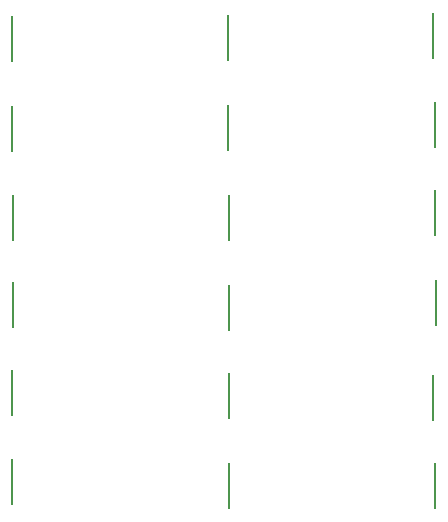
<source format=gbr>
G04 EAGLE Gerber RS-274X export*
G75*
%MOMM*%
%FSLAX34Y34*%
%LPD*%
%INSilkscreen Bottom*%
%IPPOS*%
%AMOC8*
5,1,8,0,0,1.08239X$1,22.5*%
G01*
%ADD10C,0.203200*%


D10*
X441960Y87630D02*
X441960Y125730D01*
X443230Y237490D02*
X443230Y275590D01*
X441960Y386080D02*
X441960Y424180D01*
X626110Y121920D02*
X626110Y83820D01*
X626110Y234950D02*
X626110Y273050D01*
X624840Y387350D02*
X624840Y425450D01*
X800100Y121920D02*
X800100Y83820D01*
X801370Y238760D02*
X801370Y276860D01*
X800100Y389890D02*
X800100Y427990D01*
X441960Y200660D02*
X441960Y162560D01*
X443230Y311150D02*
X443230Y349250D01*
X441960Y462280D02*
X441960Y500380D01*
X626110Y198120D02*
X626110Y160020D01*
X626110Y311150D02*
X626110Y349250D01*
X624840Y463550D02*
X624840Y501650D01*
X798830Y196850D02*
X798830Y158750D01*
X800100Y314960D02*
X800100Y353060D01*
X798830Y464820D02*
X798830Y502920D01*
M02*

</source>
